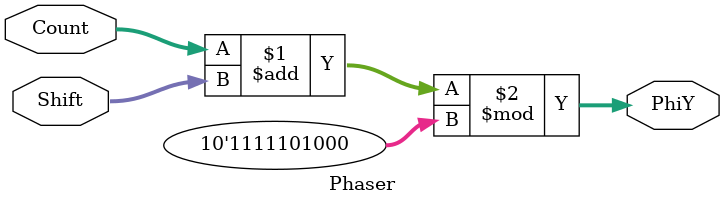
<source format=v>
module Phaser (																 //Advances the phase of the Y-axis.
	input  [9:0] Count, Shift,					 //the free-running counter and the phase to shift it by.
	output [9:0] PhiY);
	
	assign PhiY = (Count + Shift) % 10'd1000;										//phase shift and rollover.

endmodule
</source>
